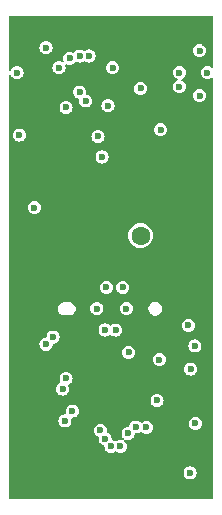
<source format=gbr>
%TF.GenerationSoftware,KiCad,Pcbnew,8.0.1*%
%TF.CreationDate,2025-06-23T19:48:13+12:00*%
%TF.ProjectId,panelrev2,70616e65-6c72-4657-9632-2e6b69636164,rev?*%
%TF.SameCoordinates,Original*%
%TF.FileFunction,Copper,L2,Inr*%
%TF.FilePolarity,Positive*%
%FSLAX46Y46*%
G04 Gerber Fmt 4.6, Leading zero omitted, Abs format (unit mm)*
G04 Created by KiCad (PCBNEW 8.0.1) date 2025-06-23 19:48:13*
%MOMM*%
%LPD*%
G01*
G04 APERTURE LIST*
%TA.AperFunction,ComponentPad*%
%ADD10R,0.900000X0.500000*%
%TD*%
%TA.AperFunction,ComponentPad*%
%ADD11C,1.600000*%
%TD*%
%TA.AperFunction,ComponentPad*%
%ADD12C,1.100000*%
%TD*%
%TA.AperFunction,ViaPad*%
%ADD13C,0.600000*%
%TD*%
G04 APERTURE END LIST*
D10*
%TO.N,Board_0-GND*%
%TO.C,AE1*%
X141350000Y-68025000D03*
%TD*%
D11*
%TO.N,Board_0-Cap_V+*%
%TO.C,C5*%
X151000000Y-45950000D03*
%TO.N,Board_0-GND*%
X146000000Y-45950000D03*
%TD*%
D12*
%TO.N,Board_0-GND*%
%TO.C,J5*%
X150900000Y-54300000D03*
X150900000Y-50000000D03*
X146100000Y-54300000D03*
X146100000Y-50000000D03*
%TD*%
D13*
%TO.N,Board_0-+3V3*%
X145230000Y-60820000D03*
X142000000Y-43600000D03*
X152400000Y-59900000D03*
X150000000Y-55850000D03*
%TO.N,Board_0-+5V*%
X140750000Y-37450000D03*
X149800000Y-52150000D03*
X147300000Y-52150000D03*
%TO.N,Board_0-ACC_INT1*%
X156650000Y-32150000D03*
X151500000Y-62200000D03*
%TO.N,Board_0-ACC_SCK*%
X146650000Y-30750000D03*
X155050000Y-53550000D03*
%TO.N,Board_0-A_D+*%
X142999479Y-55150521D03*
%TO.N,Board_0-A_D-*%
X143600521Y-54549479D03*
X148100000Y-50350000D03*
X148900000Y-53950000D03*
%TO.N,Board_0-Cap_V+*%
X148000000Y-63150000D03*
%TO.N,Board_0-D0-*%
X148650000Y-31750000D03*
X147750000Y-39300000D03*
%TO.N,Board_0-GND*%
X148500000Y-59150000D03*
X142700000Y-38650000D03*
X147500000Y-60150000D03*
X153900000Y-59200000D03*
X152550000Y-33850000D03*
X149500000Y-58150000D03*
X140305491Y-59987608D03*
X147700000Y-47400000D03*
X149500000Y-60150000D03*
X141800000Y-55250000D03*
X142750000Y-66300000D03*
X149200000Y-34950000D03*
X142650000Y-67950000D03*
X145700000Y-44400000D03*
X156200000Y-67750000D03*
X147500000Y-55350000D03*
X153000000Y-55000000D03*
X144100000Y-32950000D03*
X140400000Y-66150000D03*
X146300000Y-66800000D03*
X141931609Y-50234901D03*
X150900000Y-64550000D03*
X156500000Y-29650000D03*
X143850000Y-63900000D03*
X154100000Y-66650000D03*
X153750000Y-44850000D03*
X140500000Y-28150000D03*
X149500000Y-59150000D03*
X147500000Y-58150000D03*
X155500000Y-50200000D03*
X149250000Y-55200000D03*
X155700000Y-62850000D03*
X152050000Y-41800000D03*
X144000000Y-30650000D03*
X141530076Y-53975387D03*
X155800000Y-35450000D03*
X148500000Y-60150000D03*
X142000000Y-44650000D03*
X144520000Y-67970000D03*
X147500000Y-59150000D03*
X155600000Y-47250000D03*
X149800000Y-67350000D03*
X140500000Y-29650000D03*
X145250000Y-41200000D03*
X151200000Y-52150000D03*
X156500000Y-28150000D03*
X142450000Y-34650000D03*
X153600000Y-46850000D03*
X146300000Y-67600000D03*
X148500000Y-58150000D03*
X145530000Y-67970000D03*
X146300000Y-64450000D03*
X142600000Y-67100000D03*
X144330000Y-66320000D03*
%TO.N,Board_0-GPIO2*%
X149300000Y-63800000D03*
%TO.N,Board_0-GPIO8*%
X152600000Y-56450000D03*
%TO.N,Board_0-GPIO9*%
X144600000Y-61650000D03*
X155250000Y-57250000D03*
%TO.N,Board_0-Net-(D16-A)*%
X156000000Y-30300000D03*
X143000000Y-30050000D03*
%TO.N,Board_0-Net-(D8-K)*%
X146350000Y-34550000D03*
%TO.N,Board_0-Net-(D9-K)*%
X145850000Y-33800000D03*
%TO.N,Board_0-Net-(J3-SCL)*%
X154300000Y-33350000D03*
X145850000Y-30750000D03*
%TO.N,Board_0-Net-(J3-SDA)*%
X145000000Y-30950000D03*
X154300000Y-32150000D03*
%TO.N,Board_0-Net-(J5-CC1)*%
X149500000Y-50350000D03*
%TO.N,Board_0-Net-(J5-CC2)*%
X148000000Y-53950000D03*
%TO.N,Board_0-Net-(U1A--)*%
X147400000Y-37550000D03*
%TO.N,Board_0-Net-(U2-VOUT)*%
X152700000Y-37000000D03*
%TO.N,Board_0-Net-(U5-CHIP_EN)*%
X149950000Y-62700000D03*
%TO.N,Board_0-Net-(U5-VDD3P3)*%
X147600000Y-62450000D03*
%TO.N,Board_0-RXD*%
X155200000Y-66050000D03*
X144700000Y-58050000D03*
%TO.N,Board_0-TXD*%
X155650000Y-61850000D03*
X144400000Y-58950000D03*
%TO.N,Board_0-User_LED3*%
X156000000Y-34100000D03*
X150600000Y-62150000D03*
X155600000Y-55300000D03*
%TO.N,Board_0-User_SW1*%
X148500000Y-63800000D03*
%TO.N,Board_0-VBUS*%
X144100000Y-31750000D03*
X151000000Y-33500000D03*
%TO.N,Board_0-VDD*%
X148250000Y-34950000D03*
X140550000Y-32150000D03*
%TO.N,Board_0-lin_reg*%
X144700000Y-35100000D03*
%TD*%
%TA.AperFunction,Conductor*%
%TO.N,Board_0-GND*%
G36*
X157108691Y-27369407D02*
G01*
X157144655Y-27418907D01*
X157149500Y-27449500D01*
X157149500Y-31638637D01*
X157130593Y-31696828D01*
X157081093Y-31732792D01*
X157019907Y-31732792D01*
X156990233Y-31717179D01*
X156927629Y-31669142D01*
X156927628Y-31669141D01*
X156927625Y-31669139D01*
X156927622Y-31669138D01*
X156927621Y-31669137D01*
X156793709Y-31613670D01*
X156793708Y-31613669D01*
X156650000Y-31594750D01*
X156506291Y-31613669D01*
X156506290Y-31613670D01*
X156372378Y-31669137D01*
X156372374Y-31669139D01*
X156257381Y-31757377D01*
X156257377Y-31757381D01*
X156169139Y-31872374D01*
X156169137Y-31872378D01*
X156113670Y-32006290D01*
X156113669Y-32006291D01*
X156094750Y-32149999D01*
X156094750Y-32150000D01*
X156113669Y-32293708D01*
X156113670Y-32293709D01*
X156169137Y-32427621D01*
X156169139Y-32427625D01*
X156257379Y-32542621D01*
X156372375Y-32630861D01*
X156506291Y-32686330D01*
X156650000Y-32705250D01*
X156793709Y-32686330D01*
X156927625Y-32630861D01*
X156990233Y-32582819D01*
X157047908Y-32562396D01*
X157106574Y-32579773D01*
X157143821Y-32628314D01*
X157149500Y-32661362D01*
X157149500Y-68176000D01*
X157130593Y-68234191D01*
X157081093Y-68270155D01*
X157050500Y-68275000D01*
X139949500Y-68275000D01*
X139891309Y-68256093D01*
X139855345Y-68206593D01*
X139850500Y-68176000D01*
X139850500Y-66050000D01*
X154644750Y-66050000D01*
X154663669Y-66193708D01*
X154663670Y-66193709D01*
X154719139Y-66327625D01*
X154807379Y-66442621D01*
X154922375Y-66530861D01*
X155056291Y-66586330D01*
X155200000Y-66605250D01*
X155343709Y-66586330D01*
X155477625Y-66530861D01*
X155592621Y-66442621D01*
X155680861Y-66327625D01*
X155736330Y-66193709D01*
X155755250Y-66050000D01*
X155736330Y-65906291D01*
X155680861Y-65772375D01*
X155592621Y-65657379D01*
X155477625Y-65569139D01*
X155477621Y-65569137D01*
X155343709Y-65513670D01*
X155343708Y-65513669D01*
X155200000Y-65494750D01*
X155056291Y-65513669D01*
X155056290Y-65513670D01*
X154922378Y-65569137D01*
X154922374Y-65569139D01*
X154807381Y-65657377D01*
X154807377Y-65657381D01*
X154719139Y-65772374D01*
X154719137Y-65772378D01*
X154663670Y-65906290D01*
X154663669Y-65906291D01*
X154644750Y-66049999D01*
X154644750Y-66050000D01*
X139850500Y-66050000D01*
X139850500Y-62450000D01*
X147044750Y-62450000D01*
X147063669Y-62593708D01*
X147063670Y-62593709D01*
X147110443Y-62706632D01*
X147119139Y-62727625D01*
X147207379Y-62842621D01*
X147322375Y-62930861D01*
X147354010Y-62943964D01*
X147395596Y-62961190D01*
X147442122Y-63000926D01*
X147456406Y-63060421D01*
X147455864Y-63065576D01*
X147444750Y-63149999D01*
X147444750Y-63150000D01*
X147463669Y-63293708D01*
X147463670Y-63293709D01*
X147510753Y-63407381D01*
X147519139Y-63427625D01*
X147607379Y-63542621D01*
X147722375Y-63630861D01*
X147856291Y-63686330D01*
X147859794Y-63686791D01*
X147862079Y-63687881D01*
X147862561Y-63688010D01*
X147862537Y-63688099D01*
X147915019Y-63713127D01*
X147944218Y-63766895D01*
X147945031Y-63797856D01*
X147944750Y-63799992D01*
X147944750Y-63800000D01*
X147963669Y-63943708D01*
X147963670Y-63943709D01*
X148019139Y-64077625D01*
X148107379Y-64192621D01*
X148222375Y-64280861D01*
X148356291Y-64336330D01*
X148500000Y-64355250D01*
X148643709Y-64336330D01*
X148777625Y-64280861D01*
X148839732Y-64233203D01*
X148897407Y-64212779D01*
X148956073Y-64230156D01*
X148960268Y-64233204D01*
X149022369Y-64280857D01*
X149022371Y-64280858D01*
X149022375Y-64280861D01*
X149156291Y-64336330D01*
X149300000Y-64355250D01*
X149443709Y-64336330D01*
X149577625Y-64280861D01*
X149692621Y-64192621D01*
X149780861Y-64077625D01*
X149836330Y-63943709D01*
X149855250Y-63800000D01*
X149836330Y-63656291D01*
X149780861Y-63522375D01*
X149692621Y-63407379D01*
X149671463Y-63391144D01*
X149636809Y-63340720D01*
X149638411Y-63279556D01*
X149675658Y-63231014D01*
X149734324Y-63213637D01*
X149769614Y-63221138D01*
X149806291Y-63236330D01*
X149950000Y-63255250D01*
X150093709Y-63236330D01*
X150227625Y-63180861D01*
X150342621Y-63092621D01*
X150430861Y-62977625D01*
X150486330Y-62843709D01*
X150493262Y-62791050D01*
X150519603Y-62735827D01*
X150573373Y-62706632D01*
X150593511Y-62706104D01*
X150593511Y-62705250D01*
X150600000Y-62705250D01*
X150743709Y-62686330D01*
X150877625Y-62630861D01*
X150962161Y-62565993D01*
X151019836Y-62545570D01*
X151078502Y-62562947D01*
X151100968Y-62584266D01*
X151107379Y-62592621D01*
X151222375Y-62680861D01*
X151356291Y-62736330D01*
X151500000Y-62755250D01*
X151643709Y-62736330D01*
X151777625Y-62680861D01*
X151892621Y-62592621D01*
X151980861Y-62477625D01*
X152036330Y-62343709D01*
X152055250Y-62200000D01*
X152051613Y-62172378D01*
X152036330Y-62056291D01*
X151980861Y-61922375D01*
X151925325Y-61850000D01*
X155094750Y-61850000D01*
X155113669Y-61993708D01*
X155113670Y-61993709D01*
X155140042Y-62057379D01*
X155169139Y-62127625D01*
X155257379Y-62242621D01*
X155372375Y-62330861D01*
X155506291Y-62386330D01*
X155650000Y-62405250D01*
X155793709Y-62386330D01*
X155927625Y-62330861D01*
X156042621Y-62242621D01*
X156130861Y-62127625D01*
X156186330Y-61993709D01*
X156205250Y-61850000D01*
X156199638Y-61807377D01*
X156186330Y-61706291D01*
X156130861Y-61572375D01*
X156042621Y-61457379D01*
X155927625Y-61369139D01*
X155927621Y-61369137D01*
X155793709Y-61313670D01*
X155793708Y-61313669D01*
X155650000Y-61294750D01*
X155506291Y-61313669D01*
X155506290Y-61313670D01*
X155372378Y-61369137D01*
X155372374Y-61369139D01*
X155257381Y-61457377D01*
X155257377Y-61457381D01*
X155169139Y-61572374D01*
X155169137Y-61572378D01*
X155113670Y-61706290D01*
X155113669Y-61706291D01*
X155094750Y-61849999D01*
X155094750Y-61850000D01*
X151925325Y-61850000D01*
X151892621Y-61807379D01*
X151777625Y-61719139D01*
X151777621Y-61719137D01*
X151643709Y-61663670D01*
X151643708Y-61663669D01*
X151500000Y-61644750D01*
X151356291Y-61663669D01*
X151356290Y-61663670D01*
X151222378Y-61719137D01*
X151222369Y-61719142D01*
X151137838Y-61784005D01*
X151080162Y-61804429D01*
X151021496Y-61787051D01*
X150999029Y-61765730D01*
X150992624Y-61757383D01*
X150992621Y-61757379D01*
X150877625Y-61669139D01*
X150877621Y-61669137D01*
X150743709Y-61613670D01*
X150743708Y-61613669D01*
X150600000Y-61594750D01*
X150456291Y-61613669D01*
X150456290Y-61613670D01*
X150322378Y-61669137D01*
X150322374Y-61669139D01*
X150207381Y-61757377D01*
X150207377Y-61757381D01*
X150119139Y-61872374D01*
X150119137Y-61872378D01*
X150063670Y-62006290D01*
X150063670Y-62006291D01*
X150056737Y-62058948D01*
X150030395Y-62114173D01*
X149976624Y-62143367D01*
X149956488Y-62143899D01*
X149956488Y-62144750D01*
X149950000Y-62144750D01*
X149806291Y-62163669D01*
X149806290Y-62163670D01*
X149672378Y-62219137D01*
X149672374Y-62219139D01*
X149557381Y-62307377D01*
X149557377Y-62307381D01*
X149469139Y-62422374D01*
X149469137Y-62422378D01*
X149413670Y-62556290D01*
X149413669Y-62556291D01*
X149394750Y-62699999D01*
X149394750Y-62700000D01*
X149413669Y-62843708D01*
X149413670Y-62843709D01*
X149462331Y-62961190D01*
X149469139Y-62977625D01*
X149557379Y-63092621D01*
X149557383Y-63092624D01*
X149557384Y-63092625D01*
X149578534Y-63108854D01*
X149613190Y-63159278D01*
X149611589Y-63220443D01*
X149574341Y-63268984D01*
X149515675Y-63286362D01*
X149480384Y-63278861D01*
X149443709Y-63263670D01*
X149443706Y-63263669D01*
X149443708Y-63263669D01*
X149300000Y-63244750D01*
X149156291Y-63263669D01*
X149156290Y-63263670D01*
X149022378Y-63319137D01*
X149022374Y-63319139D01*
X148960268Y-63366796D01*
X148902592Y-63387220D01*
X148843926Y-63369843D01*
X148839732Y-63366796D01*
X148777625Y-63319139D01*
X148777621Y-63319137D01*
X148643709Y-63263670D01*
X148643707Y-63263669D01*
X148640190Y-63263206D01*
X148637899Y-63262113D01*
X148637440Y-63261990D01*
X148637462Y-63261904D01*
X148584968Y-63236859D01*
X148555778Y-63183086D01*
X148554970Y-63152126D01*
X148555250Y-63150000D01*
X148555250Y-63149999D01*
X148536330Y-63006291D01*
X148480861Y-62872375D01*
X148392621Y-62757379D01*
X148277625Y-62669139D01*
X148277624Y-62669138D01*
X148204402Y-62638809D01*
X148157876Y-62599072D01*
X148143593Y-62539577D01*
X148144135Y-62534422D01*
X148149610Y-62492843D01*
X148155250Y-62450000D01*
X148151613Y-62422378D01*
X148136330Y-62306291D01*
X148080861Y-62172375D01*
X147992621Y-62057379D01*
X147877625Y-61969139D01*
X147877621Y-61969137D01*
X147743709Y-61913670D01*
X147743708Y-61913669D01*
X147600000Y-61894750D01*
X147456291Y-61913669D01*
X147456290Y-61913670D01*
X147322378Y-61969137D01*
X147322374Y-61969139D01*
X147207381Y-62057377D01*
X147207377Y-62057381D01*
X147119139Y-62172374D01*
X147119137Y-62172378D01*
X147063670Y-62306290D01*
X147063669Y-62306291D01*
X147044750Y-62449999D01*
X147044750Y-62450000D01*
X139850500Y-62450000D01*
X139850500Y-61650000D01*
X144044750Y-61650000D01*
X144063669Y-61793708D01*
X144063670Y-61793709D01*
X144116965Y-61922378D01*
X144119139Y-61927625D01*
X144207379Y-62042621D01*
X144322375Y-62130861D01*
X144456291Y-62186330D01*
X144600000Y-62205250D01*
X144743709Y-62186330D01*
X144877625Y-62130861D01*
X144992621Y-62042621D01*
X145080861Y-61927625D01*
X145136330Y-61793709D01*
X145155250Y-61650000D01*
X145136330Y-61506291D01*
X145136330Y-61506290D01*
X145134651Y-61500026D01*
X145137775Y-61499188D01*
X145133890Y-61451386D01*
X145165726Y-61399135D01*
X145222194Y-61375575D01*
X145229905Y-61375262D01*
X145229998Y-61375249D01*
X145230000Y-61375250D01*
X145373709Y-61356330D01*
X145507625Y-61300861D01*
X145622621Y-61212621D01*
X145710861Y-61097625D01*
X145766330Y-60963709D01*
X145785250Y-60820000D01*
X145766330Y-60676291D01*
X145710861Y-60542375D01*
X145622621Y-60427379D01*
X145507625Y-60339139D01*
X145507621Y-60339137D01*
X145373709Y-60283670D01*
X145373708Y-60283669D01*
X145230000Y-60264750D01*
X145086291Y-60283669D01*
X145086290Y-60283670D01*
X144952378Y-60339137D01*
X144952374Y-60339139D01*
X144837381Y-60427377D01*
X144837377Y-60427381D01*
X144749139Y-60542374D01*
X144749137Y-60542378D01*
X144693670Y-60676290D01*
X144693669Y-60676291D01*
X144674750Y-60819999D01*
X144674750Y-60820000D01*
X144693669Y-60963708D01*
X144695349Y-60969974D01*
X144692224Y-60970811D01*
X144696110Y-61018614D01*
X144664274Y-61070865D01*
X144607806Y-61094425D01*
X144600094Y-61094737D01*
X144456291Y-61113669D01*
X144456290Y-61113670D01*
X144322378Y-61169137D01*
X144322374Y-61169139D01*
X144207381Y-61257377D01*
X144207377Y-61257381D01*
X144119139Y-61372374D01*
X144119137Y-61372378D01*
X144063670Y-61506290D01*
X144063669Y-61506291D01*
X144044750Y-61649999D01*
X144044750Y-61650000D01*
X139850500Y-61650000D01*
X139850500Y-59900000D01*
X151844750Y-59900000D01*
X151863669Y-60043708D01*
X151863670Y-60043709D01*
X151919139Y-60177625D01*
X152007379Y-60292621D01*
X152122375Y-60380861D01*
X152256291Y-60436330D01*
X152400000Y-60455250D01*
X152543709Y-60436330D01*
X152677625Y-60380861D01*
X152792621Y-60292621D01*
X152880861Y-60177625D01*
X152936330Y-60043709D01*
X152955250Y-59900000D01*
X152936330Y-59756291D01*
X152880861Y-59622375D01*
X152792621Y-59507379D01*
X152677625Y-59419139D01*
X152677621Y-59419137D01*
X152543709Y-59363670D01*
X152543708Y-59363669D01*
X152400000Y-59344750D01*
X152256291Y-59363669D01*
X152256290Y-59363670D01*
X152122378Y-59419137D01*
X152122374Y-59419139D01*
X152007381Y-59507377D01*
X152007377Y-59507381D01*
X151919139Y-59622374D01*
X151919137Y-59622378D01*
X151863670Y-59756290D01*
X151863669Y-59756291D01*
X151844750Y-59899999D01*
X151844750Y-59900000D01*
X139850500Y-59900000D01*
X139850500Y-58950000D01*
X143844750Y-58950000D01*
X143863669Y-59093708D01*
X143863670Y-59093709D01*
X143919139Y-59227625D01*
X144007379Y-59342621D01*
X144122375Y-59430861D01*
X144256291Y-59486330D01*
X144400000Y-59505250D01*
X144543709Y-59486330D01*
X144677625Y-59430861D01*
X144792621Y-59342621D01*
X144880861Y-59227625D01*
X144936330Y-59093709D01*
X144955250Y-58950000D01*
X144936330Y-58806291D01*
X144882884Y-58677259D01*
X144878084Y-58616262D01*
X144910053Y-58564093D01*
X144936458Y-58547912D01*
X144977625Y-58530861D01*
X145092621Y-58442621D01*
X145180861Y-58327625D01*
X145236330Y-58193709D01*
X145255250Y-58050000D01*
X145236330Y-57906291D01*
X145180861Y-57772375D01*
X145092621Y-57657379D01*
X144977625Y-57569139D01*
X144977621Y-57569137D01*
X144843709Y-57513670D01*
X144843708Y-57513669D01*
X144700000Y-57494750D01*
X144556291Y-57513669D01*
X144556290Y-57513670D01*
X144422378Y-57569137D01*
X144422374Y-57569139D01*
X144307381Y-57657377D01*
X144307377Y-57657381D01*
X144219139Y-57772374D01*
X144219137Y-57772378D01*
X144163670Y-57906290D01*
X144163669Y-57906291D01*
X144144750Y-58049999D01*
X144144750Y-58050000D01*
X144163669Y-58193708D01*
X144163670Y-58193709D01*
X144217115Y-58322740D01*
X144221915Y-58383737D01*
X144189946Y-58435906D01*
X144163537Y-58452089D01*
X144122376Y-58469138D01*
X144122374Y-58469139D01*
X144007381Y-58557377D01*
X144007377Y-58557381D01*
X143919139Y-58672374D01*
X143919137Y-58672378D01*
X143863670Y-58806290D01*
X143863669Y-58806291D01*
X143844750Y-58949999D01*
X143844750Y-58950000D01*
X139850500Y-58950000D01*
X139850500Y-57250000D01*
X154694750Y-57250000D01*
X154713669Y-57393708D01*
X154713670Y-57393709D01*
X154763358Y-57513670D01*
X154769139Y-57527625D01*
X154857379Y-57642621D01*
X154972375Y-57730861D01*
X155106291Y-57786330D01*
X155250000Y-57805250D01*
X155393709Y-57786330D01*
X155527625Y-57730861D01*
X155642621Y-57642621D01*
X155730861Y-57527625D01*
X155786330Y-57393709D01*
X155805250Y-57250000D01*
X155786330Y-57106291D01*
X155730861Y-56972375D01*
X155642621Y-56857379D01*
X155527625Y-56769139D01*
X155527621Y-56769137D01*
X155393709Y-56713670D01*
X155393708Y-56713669D01*
X155250000Y-56694750D01*
X155106291Y-56713669D01*
X155106290Y-56713670D01*
X154972378Y-56769137D01*
X154972374Y-56769139D01*
X154857381Y-56857377D01*
X154857377Y-56857381D01*
X154769139Y-56972374D01*
X154769137Y-56972378D01*
X154713670Y-57106290D01*
X154713669Y-57106291D01*
X154694750Y-57249999D01*
X154694750Y-57250000D01*
X139850500Y-57250000D01*
X139850500Y-56450000D01*
X152044750Y-56450000D01*
X152063669Y-56593708D01*
X152063670Y-56593709D01*
X152113358Y-56713670D01*
X152119139Y-56727625D01*
X152207379Y-56842621D01*
X152322375Y-56930861D01*
X152456291Y-56986330D01*
X152600000Y-57005250D01*
X152743709Y-56986330D01*
X152877625Y-56930861D01*
X152992621Y-56842621D01*
X153080861Y-56727625D01*
X153136330Y-56593709D01*
X153155250Y-56450000D01*
X153149358Y-56405250D01*
X153136330Y-56306291D01*
X153080861Y-56172375D01*
X152992621Y-56057379D01*
X152877625Y-55969139D01*
X152877621Y-55969137D01*
X152743709Y-55913670D01*
X152743708Y-55913669D01*
X152600000Y-55894750D01*
X152456291Y-55913669D01*
X152456290Y-55913670D01*
X152322378Y-55969137D01*
X152322374Y-55969139D01*
X152207381Y-56057377D01*
X152207377Y-56057381D01*
X152119139Y-56172374D01*
X152119137Y-56172378D01*
X152063670Y-56306290D01*
X152063669Y-56306291D01*
X152044750Y-56449999D01*
X152044750Y-56450000D01*
X139850500Y-56450000D01*
X139850500Y-55850000D01*
X149444750Y-55850000D01*
X149463669Y-55993708D01*
X149463670Y-55993709D01*
X149490042Y-56057379D01*
X149519139Y-56127625D01*
X149607379Y-56242621D01*
X149722375Y-56330861D01*
X149856291Y-56386330D01*
X150000000Y-56405250D01*
X150143709Y-56386330D01*
X150277625Y-56330861D01*
X150392621Y-56242621D01*
X150480861Y-56127625D01*
X150536330Y-55993709D01*
X150555250Y-55850000D01*
X150536330Y-55706291D01*
X150480861Y-55572375D01*
X150392621Y-55457379D01*
X150277625Y-55369139D01*
X150277621Y-55369137D01*
X150143709Y-55313670D01*
X150143708Y-55313669D01*
X150039879Y-55300000D01*
X155044750Y-55300000D01*
X155063669Y-55443708D01*
X155063670Y-55443709D01*
X155116965Y-55572378D01*
X155119139Y-55577625D01*
X155207379Y-55692621D01*
X155322375Y-55780861D01*
X155456291Y-55836330D01*
X155600000Y-55855250D01*
X155743709Y-55836330D01*
X155877625Y-55780861D01*
X155992621Y-55692621D01*
X156080861Y-55577625D01*
X156136330Y-55443709D01*
X156155250Y-55300000D01*
X156136330Y-55156291D01*
X156080861Y-55022375D01*
X155992621Y-54907379D01*
X155877625Y-54819139D01*
X155877621Y-54819137D01*
X155743709Y-54763670D01*
X155743708Y-54763669D01*
X155600000Y-54744750D01*
X155456291Y-54763669D01*
X155456290Y-54763670D01*
X155322378Y-54819137D01*
X155322374Y-54819139D01*
X155207381Y-54907377D01*
X155207377Y-54907381D01*
X155119139Y-55022374D01*
X155119137Y-55022378D01*
X155063670Y-55156290D01*
X155063669Y-55156291D01*
X155044750Y-55299999D01*
X155044750Y-55300000D01*
X150039879Y-55300000D01*
X150000000Y-55294750D01*
X149856291Y-55313669D01*
X149856290Y-55313670D01*
X149722378Y-55369137D01*
X149722374Y-55369139D01*
X149607381Y-55457377D01*
X149607377Y-55457381D01*
X149519139Y-55572374D01*
X149519137Y-55572378D01*
X149463670Y-55706290D01*
X149463669Y-55706291D01*
X149444750Y-55849999D01*
X149444750Y-55850000D01*
X139850500Y-55850000D01*
X139850500Y-55150521D01*
X142444229Y-55150521D01*
X142463148Y-55294229D01*
X142463149Y-55294230D01*
X142518618Y-55428146D01*
X142606858Y-55543142D01*
X142721854Y-55631382D01*
X142855770Y-55686851D01*
X142999479Y-55705771D01*
X143143188Y-55686851D01*
X143277104Y-55631382D01*
X143392100Y-55543142D01*
X143480340Y-55428146D01*
X143535809Y-55294230D01*
X143550141Y-55185368D01*
X143576481Y-55130146D01*
X143630251Y-55100951D01*
X143635340Y-55100144D01*
X143744230Y-55085809D01*
X143878146Y-55030340D01*
X143993142Y-54942100D01*
X144081382Y-54827104D01*
X144136851Y-54693188D01*
X144155771Y-54549479D01*
X144140154Y-54430862D01*
X144136851Y-54405770D01*
X144081382Y-54271854D01*
X143993142Y-54156858D01*
X143878146Y-54068618D01*
X143878142Y-54068616D01*
X143744230Y-54013149D01*
X143744229Y-54013148D01*
X143600521Y-53994229D01*
X143456812Y-54013148D01*
X143456811Y-54013149D01*
X143322899Y-54068616D01*
X143322895Y-54068618D01*
X143207902Y-54156856D01*
X143207898Y-54156860D01*
X143119660Y-54271853D01*
X143119658Y-54271857D01*
X143064191Y-54405769D01*
X143049859Y-54514629D01*
X143023518Y-54569854D01*
X142969747Y-54599048D01*
X142964629Y-54599859D01*
X142855769Y-54614191D01*
X142721857Y-54669658D01*
X142721853Y-54669660D01*
X142606860Y-54757898D01*
X142606856Y-54757902D01*
X142518618Y-54872895D01*
X142518616Y-54872899D01*
X142463149Y-55006811D01*
X142463148Y-55006812D01*
X142444229Y-55150520D01*
X142444229Y-55150521D01*
X139850500Y-55150521D01*
X139850500Y-53950000D01*
X147444750Y-53950000D01*
X147463669Y-54093708D01*
X147463670Y-54093709D01*
X147489827Y-54156860D01*
X147519139Y-54227625D01*
X147607379Y-54342621D01*
X147722375Y-54430861D01*
X147856291Y-54486330D01*
X148000000Y-54505250D01*
X148143709Y-54486330D01*
X148277625Y-54430861D01*
X148389733Y-54344836D01*
X148447408Y-54324413D01*
X148506074Y-54341790D01*
X148510247Y-54344822D01*
X148622375Y-54430861D01*
X148756291Y-54486330D01*
X148900000Y-54505250D01*
X149043709Y-54486330D01*
X149177625Y-54430861D01*
X149292621Y-54342621D01*
X149380861Y-54227625D01*
X149436330Y-54093709D01*
X149455250Y-53950000D01*
X149436330Y-53806291D01*
X149380861Y-53672375D01*
X149292621Y-53557379D01*
X149283005Y-53550000D01*
X154494750Y-53550000D01*
X154513669Y-53693708D01*
X154513670Y-53693709D01*
X154569139Y-53827625D01*
X154657379Y-53942621D01*
X154772375Y-54030861D01*
X154906291Y-54086330D01*
X155050000Y-54105250D01*
X155193709Y-54086330D01*
X155327625Y-54030861D01*
X155442621Y-53942621D01*
X155530861Y-53827625D01*
X155586330Y-53693709D01*
X155605250Y-53550000D01*
X155586330Y-53406291D01*
X155530861Y-53272375D01*
X155442621Y-53157379D01*
X155327625Y-53069139D01*
X155327621Y-53069137D01*
X155193709Y-53013670D01*
X155193708Y-53013669D01*
X155050000Y-52994750D01*
X154906291Y-53013669D01*
X154906290Y-53013670D01*
X154772378Y-53069137D01*
X154772374Y-53069139D01*
X154657381Y-53157377D01*
X154657377Y-53157381D01*
X154569139Y-53272374D01*
X154569137Y-53272378D01*
X154513670Y-53406290D01*
X154513669Y-53406291D01*
X154494750Y-53549999D01*
X154494750Y-53550000D01*
X149283005Y-53550000D01*
X149177625Y-53469139D01*
X149177621Y-53469137D01*
X149043709Y-53413670D01*
X149043708Y-53413669D01*
X148900000Y-53394750D01*
X148756291Y-53413669D01*
X148756290Y-53413670D01*
X148622378Y-53469137D01*
X148622370Y-53469142D01*
X148510267Y-53555162D01*
X148452592Y-53575586D01*
X148393926Y-53558209D01*
X148389733Y-53555162D01*
X148277629Y-53469142D01*
X148277628Y-53469141D01*
X148277625Y-53469139D01*
X148277622Y-53469138D01*
X148277621Y-53469137D01*
X148143709Y-53413670D01*
X148143708Y-53413669D01*
X148000000Y-53394750D01*
X147856291Y-53413669D01*
X147856290Y-53413670D01*
X147722378Y-53469137D01*
X147722374Y-53469139D01*
X147607381Y-53557377D01*
X147607377Y-53557381D01*
X147519139Y-53672374D01*
X147519137Y-53672378D01*
X147463670Y-53806290D01*
X147463669Y-53806291D01*
X147444750Y-53949999D01*
X147444750Y-53950000D01*
X139850500Y-53950000D01*
X139850500Y-52221158D01*
X143999500Y-52221158D01*
X144036334Y-52358625D01*
X144107492Y-52481875D01*
X144208125Y-52582508D01*
X144331375Y-52653666D01*
X144468842Y-52690500D01*
X144468844Y-52690500D01*
X145031156Y-52690500D01*
X145031158Y-52690500D01*
X145168625Y-52653666D01*
X145291875Y-52582508D01*
X145392508Y-52481875D01*
X145463666Y-52358625D01*
X145500500Y-52221158D01*
X145500500Y-52150000D01*
X146744750Y-52150000D01*
X146763669Y-52293708D01*
X146763670Y-52293709D01*
X146819139Y-52427625D01*
X146907379Y-52542621D01*
X147022375Y-52630861D01*
X147156291Y-52686330D01*
X147300000Y-52705250D01*
X147443709Y-52686330D01*
X147577625Y-52630861D01*
X147692621Y-52542621D01*
X147780861Y-52427625D01*
X147836330Y-52293709D01*
X147855250Y-52150000D01*
X149244750Y-52150000D01*
X149263669Y-52293708D01*
X149263670Y-52293709D01*
X149319139Y-52427625D01*
X149407379Y-52542621D01*
X149522375Y-52630861D01*
X149656291Y-52686330D01*
X149800000Y-52705250D01*
X149943709Y-52686330D01*
X150077625Y-52630861D01*
X150192621Y-52542621D01*
X150280861Y-52427625D01*
X150336330Y-52293709D01*
X150345188Y-52226424D01*
X151669500Y-52226424D01*
X151687529Y-52293708D01*
X151709061Y-52374069D01*
X151785480Y-52506430D01*
X151785482Y-52506432D01*
X151785484Y-52506435D01*
X151893565Y-52614516D01*
X151893567Y-52614517D01*
X151893569Y-52614519D01*
X152025931Y-52690938D01*
X152025929Y-52690938D01*
X152025933Y-52690939D01*
X152025935Y-52690940D01*
X152173576Y-52730500D01*
X152173578Y-52730500D01*
X152326422Y-52730500D01*
X152326424Y-52730500D01*
X152474065Y-52690940D01*
X152474067Y-52690938D01*
X152474069Y-52690938D01*
X152606430Y-52614519D01*
X152606430Y-52614518D01*
X152606435Y-52614516D01*
X152714516Y-52506435D01*
X152760017Y-52427625D01*
X152790938Y-52374069D01*
X152790938Y-52374067D01*
X152790940Y-52374065D01*
X152830500Y-52226424D01*
X152830500Y-52073576D01*
X152790940Y-51925935D01*
X152790938Y-51925932D01*
X152790938Y-51925930D01*
X152714519Y-51793569D01*
X152714517Y-51793567D01*
X152714516Y-51793565D01*
X152606435Y-51685484D01*
X152606432Y-51685482D01*
X152606430Y-51685480D01*
X152474068Y-51609061D01*
X152474070Y-51609061D01*
X152416784Y-51593711D01*
X152326424Y-51569500D01*
X152173576Y-51569500D01*
X152083215Y-51593711D01*
X152025930Y-51609061D01*
X151893569Y-51685480D01*
X151785480Y-51793569D01*
X151709061Y-51925930D01*
X151709060Y-51925935D01*
X151669500Y-52073576D01*
X151669500Y-52226424D01*
X150345188Y-52226424D01*
X150355250Y-52150000D01*
X150336330Y-52006291D01*
X150280861Y-51872375D01*
X150192621Y-51757379D01*
X150077625Y-51669139D01*
X150077621Y-51669137D01*
X149943709Y-51613670D01*
X149943708Y-51613669D01*
X149800000Y-51594750D01*
X149656291Y-51613669D01*
X149656290Y-51613670D01*
X149522378Y-51669137D01*
X149522374Y-51669139D01*
X149407381Y-51757377D01*
X149407377Y-51757381D01*
X149319139Y-51872374D01*
X149319137Y-51872378D01*
X149263670Y-52006290D01*
X149263669Y-52006291D01*
X149244750Y-52149999D01*
X149244750Y-52150000D01*
X147855250Y-52150000D01*
X147836330Y-52006291D01*
X147780861Y-51872375D01*
X147692621Y-51757379D01*
X147577625Y-51669139D01*
X147577621Y-51669137D01*
X147443709Y-51613670D01*
X147443708Y-51613669D01*
X147300000Y-51594750D01*
X147156291Y-51613669D01*
X147156290Y-51613670D01*
X147022378Y-51669137D01*
X147022374Y-51669139D01*
X146907381Y-51757377D01*
X146907377Y-51757381D01*
X146819139Y-51872374D01*
X146819137Y-51872378D01*
X146763670Y-52006290D01*
X146763669Y-52006291D01*
X146744750Y-52149999D01*
X146744750Y-52150000D01*
X145500500Y-52150000D01*
X145500500Y-52078842D01*
X145463666Y-51941375D01*
X145392508Y-51818125D01*
X145291875Y-51717492D01*
X145168625Y-51646334D01*
X145031158Y-51609500D01*
X144468842Y-51609500D01*
X144331375Y-51646334D01*
X144208125Y-51717492D01*
X144107492Y-51818125D01*
X144036334Y-51941375D01*
X143999500Y-52078842D01*
X143999500Y-52221158D01*
X139850500Y-52221158D01*
X139850500Y-50350000D01*
X147544750Y-50350000D01*
X147563669Y-50493708D01*
X147563670Y-50493709D01*
X147619139Y-50627625D01*
X147707379Y-50742621D01*
X147822375Y-50830861D01*
X147956291Y-50886330D01*
X148100000Y-50905250D01*
X148243709Y-50886330D01*
X148377625Y-50830861D01*
X148492621Y-50742621D01*
X148580861Y-50627625D01*
X148636330Y-50493709D01*
X148655250Y-50350000D01*
X148944750Y-50350000D01*
X148963669Y-50493708D01*
X148963670Y-50493709D01*
X149019139Y-50627625D01*
X149107379Y-50742621D01*
X149222375Y-50830861D01*
X149356291Y-50886330D01*
X149500000Y-50905250D01*
X149643709Y-50886330D01*
X149777625Y-50830861D01*
X149892621Y-50742621D01*
X149980861Y-50627625D01*
X150036330Y-50493709D01*
X150055250Y-50350000D01*
X150036330Y-50206291D01*
X149980861Y-50072375D01*
X149892621Y-49957379D01*
X149777625Y-49869139D01*
X149777621Y-49869137D01*
X149643709Y-49813670D01*
X149643708Y-49813669D01*
X149500000Y-49794750D01*
X149356291Y-49813669D01*
X149356290Y-49813670D01*
X149222378Y-49869137D01*
X149222374Y-49869139D01*
X149107381Y-49957377D01*
X149107377Y-49957381D01*
X149019139Y-50072374D01*
X149019137Y-50072378D01*
X148963670Y-50206290D01*
X148963669Y-50206291D01*
X148944750Y-50349999D01*
X148944750Y-50350000D01*
X148655250Y-50350000D01*
X148636330Y-50206291D01*
X148580861Y-50072375D01*
X148492621Y-49957379D01*
X148377625Y-49869139D01*
X148377621Y-49869137D01*
X148243709Y-49813670D01*
X148243708Y-49813669D01*
X148100000Y-49794750D01*
X147956291Y-49813669D01*
X147956290Y-49813670D01*
X147822378Y-49869137D01*
X147822374Y-49869139D01*
X147707381Y-49957377D01*
X147707377Y-49957381D01*
X147619139Y-50072374D01*
X147619137Y-50072378D01*
X147563670Y-50206290D01*
X147563669Y-50206291D01*
X147544750Y-50349999D01*
X147544750Y-50350000D01*
X139850500Y-50350000D01*
X139850500Y-45950003D01*
X149944417Y-45950003D01*
X149964698Y-46155929D01*
X149964699Y-46155934D01*
X150024768Y-46353954D01*
X150122316Y-46536452D01*
X150253585Y-46696404D01*
X150253590Y-46696410D01*
X150253595Y-46696414D01*
X150413547Y-46827683D01*
X150413548Y-46827683D01*
X150413550Y-46827685D01*
X150596046Y-46925232D01*
X150733997Y-46967078D01*
X150794065Y-46985300D01*
X150794070Y-46985301D01*
X150999997Y-47005583D01*
X151000000Y-47005583D01*
X151000003Y-47005583D01*
X151205929Y-46985301D01*
X151205934Y-46985300D01*
X151403954Y-46925232D01*
X151586450Y-46827685D01*
X151746410Y-46696410D01*
X151877685Y-46536450D01*
X151975232Y-46353954D01*
X152035300Y-46155934D01*
X152035301Y-46155929D01*
X152055583Y-45950003D01*
X152055583Y-45949996D01*
X152035301Y-45744070D01*
X152035300Y-45744065D01*
X152017078Y-45683997D01*
X151975232Y-45546046D01*
X151877685Y-45363550D01*
X151746410Y-45203590D01*
X151746404Y-45203585D01*
X151586452Y-45072316D01*
X151403954Y-44974768D01*
X151205934Y-44914699D01*
X151205929Y-44914698D01*
X151000003Y-44894417D01*
X150999997Y-44894417D01*
X150794070Y-44914698D01*
X150794065Y-44914699D01*
X150596045Y-44974768D01*
X150413547Y-45072316D01*
X150253595Y-45203585D01*
X150253585Y-45203595D01*
X150122316Y-45363547D01*
X150024768Y-45546045D01*
X149964699Y-45744065D01*
X149964698Y-45744070D01*
X149944417Y-45949996D01*
X149944417Y-45950003D01*
X139850500Y-45950003D01*
X139850500Y-43600000D01*
X141444750Y-43600000D01*
X141463669Y-43743708D01*
X141463670Y-43743709D01*
X141519139Y-43877625D01*
X141607379Y-43992621D01*
X141722375Y-44080861D01*
X141856291Y-44136330D01*
X142000000Y-44155250D01*
X142143709Y-44136330D01*
X142277625Y-44080861D01*
X142392621Y-43992621D01*
X142480861Y-43877625D01*
X142536330Y-43743709D01*
X142555250Y-43600000D01*
X142536330Y-43456291D01*
X142480861Y-43322375D01*
X142392621Y-43207379D01*
X142277625Y-43119139D01*
X142277621Y-43119137D01*
X142143709Y-43063670D01*
X142143708Y-43063669D01*
X142000000Y-43044750D01*
X141856291Y-43063669D01*
X141856290Y-43063670D01*
X141722378Y-43119137D01*
X141722374Y-43119139D01*
X141607381Y-43207377D01*
X141607377Y-43207381D01*
X141519139Y-43322374D01*
X141519137Y-43322378D01*
X141463670Y-43456290D01*
X141463669Y-43456291D01*
X141444750Y-43599999D01*
X141444750Y-43600000D01*
X139850500Y-43600000D01*
X139850500Y-39300000D01*
X147194750Y-39300000D01*
X147213669Y-39443708D01*
X147213670Y-39443709D01*
X147269139Y-39577625D01*
X147357379Y-39692621D01*
X147472375Y-39780861D01*
X147606291Y-39836330D01*
X147750000Y-39855250D01*
X147893709Y-39836330D01*
X148027625Y-39780861D01*
X148142621Y-39692621D01*
X148230861Y-39577625D01*
X148286330Y-39443709D01*
X148305250Y-39300000D01*
X148286330Y-39156291D01*
X148230861Y-39022375D01*
X148142621Y-38907379D01*
X148027625Y-38819139D01*
X148027621Y-38819137D01*
X147893709Y-38763670D01*
X147893708Y-38763669D01*
X147750000Y-38744750D01*
X147606291Y-38763669D01*
X147606290Y-38763670D01*
X147472378Y-38819137D01*
X147472374Y-38819139D01*
X147357381Y-38907377D01*
X147357377Y-38907381D01*
X147269139Y-39022374D01*
X147269137Y-39022378D01*
X147213670Y-39156290D01*
X147213669Y-39156291D01*
X147194750Y-39299999D01*
X147194750Y-39300000D01*
X139850500Y-39300000D01*
X139850500Y-37450000D01*
X140194750Y-37450000D01*
X140213669Y-37593708D01*
X140213670Y-37593709D01*
X140255090Y-37693709D01*
X140269139Y-37727625D01*
X140357379Y-37842621D01*
X140472375Y-37930861D01*
X140606291Y-37986330D01*
X140750000Y-38005250D01*
X140893709Y-37986330D01*
X141027625Y-37930861D01*
X141142621Y-37842621D01*
X141230861Y-37727625D01*
X141286330Y-37593709D01*
X141292085Y-37550000D01*
X146844750Y-37550000D01*
X146863669Y-37693708D01*
X146863670Y-37693709D01*
X146919139Y-37827625D01*
X147007379Y-37942621D01*
X147122375Y-38030861D01*
X147256291Y-38086330D01*
X147400000Y-38105250D01*
X147543709Y-38086330D01*
X147677625Y-38030861D01*
X147792621Y-37942621D01*
X147880861Y-37827625D01*
X147936330Y-37693709D01*
X147955250Y-37550000D01*
X147936330Y-37406291D01*
X147880861Y-37272375D01*
X147792621Y-37157379D01*
X147677625Y-37069139D01*
X147677621Y-37069137D01*
X147543709Y-37013670D01*
X147543708Y-37013669D01*
X147439879Y-37000000D01*
X152144750Y-37000000D01*
X152163669Y-37143708D01*
X152163670Y-37143709D01*
X152216965Y-37272378D01*
X152219139Y-37277625D01*
X152307379Y-37392621D01*
X152422375Y-37480861D01*
X152556291Y-37536330D01*
X152700000Y-37555250D01*
X152843709Y-37536330D01*
X152977625Y-37480861D01*
X153092621Y-37392621D01*
X153180861Y-37277625D01*
X153236330Y-37143709D01*
X153255250Y-37000000D01*
X153236330Y-36856291D01*
X153180861Y-36722375D01*
X153092621Y-36607379D01*
X152977625Y-36519139D01*
X152977621Y-36519137D01*
X152843709Y-36463670D01*
X152843708Y-36463669D01*
X152700000Y-36444750D01*
X152556291Y-36463669D01*
X152556290Y-36463670D01*
X152422378Y-36519137D01*
X152422374Y-36519139D01*
X152307381Y-36607377D01*
X152307377Y-36607381D01*
X152219139Y-36722374D01*
X152219137Y-36722378D01*
X152163670Y-36856290D01*
X152163669Y-36856291D01*
X152144750Y-36999999D01*
X152144750Y-37000000D01*
X147439879Y-37000000D01*
X147400000Y-36994750D01*
X147256291Y-37013669D01*
X147256290Y-37013670D01*
X147122378Y-37069137D01*
X147122374Y-37069139D01*
X147007381Y-37157377D01*
X147007377Y-37157381D01*
X146919139Y-37272374D01*
X146919137Y-37272378D01*
X146863670Y-37406290D01*
X146863669Y-37406291D01*
X146844750Y-37549999D01*
X146844750Y-37550000D01*
X141292085Y-37550000D01*
X141305250Y-37450000D01*
X141299495Y-37406291D01*
X141286330Y-37306291D01*
X141230861Y-37172375D01*
X141142621Y-37057379D01*
X141027625Y-36969139D01*
X141027621Y-36969137D01*
X140893709Y-36913670D01*
X140893708Y-36913669D01*
X140750000Y-36894750D01*
X140606291Y-36913669D01*
X140606290Y-36913670D01*
X140472378Y-36969137D01*
X140472374Y-36969139D01*
X140357381Y-37057377D01*
X140357377Y-37057381D01*
X140269139Y-37172374D01*
X140269137Y-37172378D01*
X140213670Y-37306290D01*
X140213669Y-37306291D01*
X140194750Y-37449999D01*
X140194750Y-37450000D01*
X139850500Y-37450000D01*
X139850500Y-35100000D01*
X144144750Y-35100000D01*
X144163669Y-35243708D01*
X144163670Y-35243709D01*
X144219139Y-35377625D01*
X144307379Y-35492621D01*
X144422375Y-35580861D01*
X144556291Y-35636330D01*
X144700000Y-35655250D01*
X144843709Y-35636330D01*
X144977625Y-35580861D01*
X145092621Y-35492621D01*
X145180861Y-35377625D01*
X145236330Y-35243709D01*
X145255250Y-35100000D01*
X145236330Y-34956291D01*
X145180861Y-34822375D01*
X145092621Y-34707379D01*
X144977625Y-34619139D01*
X144977621Y-34619137D01*
X144843709Y-34563670D01*
X144843708Y-34563669D01*
X144700000Y-34544750D01*
X144556291Y-34563669D01*
X144556290Y-34563670D01*
X144422378Y-34619137D01*
X144422374Y-34619139D01*
X144307381Y-34707377D01*
X144307377Y-34707381D01*
X144219139Y-34822374D01*
X144219137Y-34822378D01*
X144163670Y-34956290D01*
X144163669Y-34956291D01*
X144144750Y-35099999D01*
X144144750Y-35100000D01*
X139850500Y-35100000D01*
X139850500Y-33800000D01*
X145294750Y-33800000D01*
X145313669Y-33943708D01*
X145313670Y-33943709D01*
X145330840Y-33985163D01*
X145369139Y-34077625D01*
X145457379Y-34192621D01*
X145572375Y-34280861D01*
X145706291Y-34336330D01*
X145722740Y-34338495D01*
X145777964Y-34364834D01*
X145807161Y-34418604D01*
X145807972Y-34449570D01*
X145794750Y-34549999D01*
X145794750Y-34550000D01*
X145813669Y-34693708D01*
X145813670Y-34693709D01*
X145866965Y-34822378D01*
X145869139Y-34827625D01*
X145957379Y-34942621D01*
X146072375Y-35030861D01*
X146206291Y-35086330D01*
X146350000Y-35105250D01*
X146493709Y-35086330D01*
X146627625Y-35030861D01*
X146733005Y-34950000D01*
X147694750Y-34950000D01*
X147713669Y-35093708D01*
X147713670Y-35093709D01*
X147769139Y-35227625D01*
X147857379Y-35342621D01*
X147972375Y-35430861D01*
X148106291Y-35486330D01*
X148250000Y-35505250D01*
X148393709Y-35486330D01*
X148527625Y-35430861D01*
X148642621Y-35342621D01*
X148730861Y-35227625D01*
X148786330Y-35093709D01*
X148805250Y-34950000D01*
X148786330Y-34806291D01*
X148730861Y-34672375D01*
X148642621Y-34557379D01*
X148527625Y-34469139D01*
X148527621Y-34469137D01*
X148393709Y-34413670D01*
X148393708Y-34413669D01*
X148250000Y-34394750D01*
X148106291Y-34413669D01*
X148106290Y-34413670D01*
X147972378Y-34469137D01*
X147972374Y-34469139D01*
X147857381Y-34557377D01*
X147857377Y-34557381D01*
X147769139Y-34672374D01*
X147769137Y-34672378D01*
X147713670Y-34806290D01*
X147713669Y-34806291D01*
X147694750Y-34949999D01*
X147694750Y-34950000D01*
X146733005Y-34950000D01*
X146742621Y-34942621D01*
X146830861Y-34827625D01*
X146886330Y-34693709D01*
X146905250Y-34550000D01*
X146886330Y-34406291D01*
X146830861Y-34272375D01*
X146742621Y-34157379D01*
X146667844Y-34100000D01*
X155444750Y-34100000D01*
X155463669Y-34243708D01*
X155463670Y-34243709D01*
X155519139Y-34377625D01*
X155607379Y-34492621D01*
X155722375Y-34580861D01*
X155856291Y-34636330D01*
X156000000Y-34655250D01*
X156143709Y-34636330D01*
X156277625Y-34580861D01*
X156392621Y-34492621D01*
X156480861Y-34377625D01*
X156536330Y-34243709D01*
X156555250Y-34100000D01*
X156549358Y-34055250D01*
X156536330Y-33956291D01*
X156480861Y-33822375D01*
X156392621Y-33707379D01*
X156277625Y-33619139D01*
X156277621Y-33619137D01*
X156143709Y-33563670D01*
X156143708Y-33563669D01*
X156000000Y-33544750D01*
X155856291Y-33563669D01*
X155856290Y-33563670D01*
X155722378Y-33619137D01*
X155722374Y-33619139D01*
X155607381Y-33707377D01*
X155607377Y-33707381D01*
X155519139Y-33822374D01*
X155519137Y-33822378D01*
X155463670Y-33956290D01*
X155463669Y-33956291D01*
X155444750Y-34099999D01*
X155444750Y-34100000D01*
X146667844Y-34100000D01*
X146627625Y-34069139D01*
X146627621Y-34069137D01*
X146493709Y-34013670D01*
X146493710Y-34013670D01*
X146477257Y-34011504D01*
X146422032Y-33985163D01*
X146392838Y-33931392D01*
X146392027Y-33900435D01*
X146405250Y-33800000D01*
X146386330Y-33656291D01*
X146330861Y-33522375D01*
X146313692Y-33500000D01*
X150444750Y-33500000D01*
X150463669Y-33643708D01*
X150463670Y-33643709D01*
X150490042Y-33707379D01*
X150519139Y-33777625D01*
X150607379Y-33892621D01*
X150722375Y-33980861D01*
X150856291Y-34036330D01*
X151000000Y-34055250D01*
X151143709Y-34036330D01*
X151277625Y-33980861D01*
X151392621Y-33892621D01*
X151480861Y-33777625D01*
X151536330Y-33643709D01*
X151555250Y-33500000D01*
X151536330Y-33356291D01*
X151533724Y-33350000D01*
X153744750Y-33350000D01*
X153763669Y-33493708D01*
X153763670Y-33493709D01*
X153784811Y-33544750D01*
X153819139Y-33627625D01*
X153907379Y-33742621D01*
X154022375Y-33830861D01*
X154156291Y-33886330D01*
X154300000Y-33905250D01*
X154443709Y-33886330D01*
X154577625Y-33830861D01*
X154692621Y-33742621D01*
X154780861Y-33627625D01*
X154836330Y-33493709D01*
X154855250Y-33350000D01*
X154836330Y-33206291D01*
X154780861Y-33072375D01*
X154692621Y-32957379D01*
X154577625Y-32869139D01*
X154577622Y-32869137D01*
X154528288Y-32848703D01*
X154510809Y-32841463D01*
X154464284Y-32801728D01*
X154450000Y-32742234D01*
X154473414Y-32685705D01*
X154510809Y-32658536D01*
X154577625Y-32630861D01*
X154692621Y-32542621D01*
X154780861Y-32427625D01*
X154836330Y-32293709D01*
X154855250Y-32150000D01*
X154836330Y-32006291D01*
X154780861Y-31872375D01*
X154692621Y-31757379D01*
X154577625Y-31669139D01*
X154577621Y-31669137D01*
X154443709Y-31613670D01*
X154443708Y-31613669D01*
X154300000Y-31594750D01*
X154156291Y-31613669D01*
X154156290Y-31613670D01*
X154022378Y-31669137D01*
X154022374Y-31669139D01*
X153907381Y-31757377D01*
X153907377Y-31757381D01*
X153819139Y-31872374D01*
X153819137Y-31872378D01*
X153763670Y-32006290D01*
X153763669Y-32006291D01*
X153744750Y-32149999D01*
X153744750Y-32150000D01*
X153763669Y-32293708D01*
X153763670Y-32293709D01*
X153819137Y-32427621D01*
X153819139Y-32427625D01*
X153907379Y-32542621D01*
X154022375Y-32630861D01*
X154064103Y-32648145D01*
X154089189Y-32658536D01*
X154135715Y-32698272D01*
X154149999Y-32757767D01*
X154126585Y-32814295D01*
X154089189Y-32841464D01*
X154022378Y-32869137D01*
X154022374Y-32869139D01*
X153907381Y-32957377D01*
X153907377Y-32957381D01*
X153819139Y-33072374D01*
X153819137Y-33072378D01*
X153763670Y-33206290D01*
X153763669Y-33206291D01*
X153744750Y-33349999D01*
X153744750Y-33350000D01*
X151533724Y-33350000D01*
X151480861Y-33222375D01*
X151392621Y-33107379D01*
X151277625Y-33019139D01*
X151277621Y-33019137D01*
X151143709Y-32963670D01*
X151143708Y-32963669D01*
X151000000Y-32944750D01*
X150856291Y-32963669D01*
X150856290Y-32963670D01*
X150722378Y-33019137D01*
X150722374Y-33019139D01*
X150607381Y-33107377D01*
X150607377Y-33107381D01*
X150519139Y-33222374D01*
X150519137Y-33222378D01*
X150463670Y-33356290D01*
X150463669Y-33356291D01*
X150444750Y-33499999D01*
X150444750Y-33500000D01*
X146313692Y-33500000D01*
X146242621Y-33407379D01*
X146127625Y-33319139D01*
X146127621Y-33319137D01*
X145993709Y-33263670D01*
X145993708Y-33263669D01*
X145850000Y-33244750D01*
X145706291Y-33263669D01*
X145706290Y-33263670D01*
X145572378Y-33319137D01*
X145572374Y-33319139D01*
X145457381Y-33407377D01*
X145457377Y-33407381D01*
X145369139Y-33522374D01*
X145369137Y-33522378D01*
X145313670Y-33656290D01*
X145313669Y-33656291D01*
X145294750Y-33799999D01*
X145294750Y-33800000D01*
X139850500Y-33800000D01*
X139850500Y-32397488D01*
X139869407Y-32339297D01*
X139918907Y-32303333D01*
X139980093Y-32303333D01*
X140029593Y-32339297D01*
X140040964Y-32359603D01*
X140069137Y-32427622D01*
X140069139Y-32427625D01*
X140157379Y-32542621D01*
X140272375Y-32630861D01*
X140406291Y-32686330D01*
X140550000Y-32705250D01*
X140693709Y-32686330D01*
X140827625Y-32630861D01*
X140942621Y-32542621D01*
X141030861Y-32427625D01*
X141086330Y-32293709D01*
X141105250Y-32150000D01*
X141086330Y-32006291D01*
X141030861Y-31872375D01*
X140942621Y-31757379D01*
X140933005Y-31750000D01*
X143544750Y-31750000D01*
X143563669Y-31893708D01*
X143563670Y-31893709D01*
X143602279Y-31986922D01*
X143619139Y-32027625D01*
X143707379Y-32142621D01*
X143822375Y-32230861D01*
X143956291Y-32286330D01*
X144100000Y-32305250D01*
X144243709Y-32286330D01*
X144377625Y-32230861D01*
X144492621Y-32142621D01*
X144580861Y-32027625D01*
X144636330Y-31893709D01*
X144655250Y-31750000D01*
X148094750Y-31750000D01*
X148113669Y-31893708D01*
X148113670Y-31893709D01*
X148152279Y-31986922D01*
X148169139Y-32027625D01*
X148257379Y-32142621D01*
X148372375Y-32230861D01*
X148506291Y-32286330D01*
X148650000Y-32305250D01*
X148793709Y-32286330D01*
X148927625Y-32230861D01*
X149042621Y-32142621D01*
X149130861Y-32027625D01*
X149186330Y-31893709D01*
X149205250Y-31750000D01*
X149202984Y-31732792D01*
X149186330Y-31606291D01*
X149130861Y-31472375D01*
X149042621Y-31357379D01*
X148927625Y-31269139D01*
X148927621Y-31269137D01*
X148793709Y-31213670D01*
X148793708Y-31213669D01*
X148650000Y-31194750D01*
X148506291Y-31213669D01*
X148506290Y-31213670D01*
X148372378Y-31269137D01*
X148372374Y-31269139D01*
X148257381Y-31357377D01*
X148257377Y-31357381D01*
X148169139Y-31472374D01*
X148169137Y-31472378D01*
X148113670Y-31606290D01*
X148113669Y-31606291D01*
X148094750Y-31749999D01*
X148094750Y-31750000D01*
X144655250Y-31750000D01*
X144652984Y-31732792D01*
X144636330Y-31606291D01*
X144622257Y-31572317D01*
X144617458Y-31511321D01*
X144649427Y-31459152D01*
X144705955Y-31435738D01*
X144751606Y-31442968D01*
X144856291Y-31486330D01*
X145000000Y-31505250D01*
X145143709Y-31486330D01*
X145277625Y-31430861D01*
X145392621Y-31342621D01*
X145454805Y-31261581D01*
X145505227Y-31226927D01*
X145566391Y-31228528D01*
X145571230Y-31230386D01*
X145572372Y-31230859D01*
X145572375Y-31230861D01*
X145706291Y-31286330D01*
X145850000Y-31305250D01*
X145993709Y-31286330D01*
X146127625Y-31230861D01*
X146189732Y-31183203D01*
X146247407Y-31162779D01*
X146306073Y-31180156D01*
X146310258Y-31183197D01*
X146333908Y-31201344D01*
X146372369Y-31230857D01*
X146372371Y-31230858D01*
X146372375Y-31230861D01*
X146506291Y-31286330D01*
X146650000Y-31305250D01*
X146793709Y-31286330D01*
X146927625Y-31230861D01*
X147042621Y-31142621D01*
X147130861Y-31027625D01*
X147186330Y-30893709D01*
X147205250Y-30750000D01*
X147186330Y-30606291D01*
X147130861Y-30472375D01*
X147042621Y-30357379D01*
X146967844Y-30300000D01*
X155444750Y-30300000D01*
X155463669Y-30443708D01*
X155463670Y-30443709D01*
X155510753Y-30557381D01*
X155519139Y-30577625D01*
X155607379Y-30692621D01*
X155722375Y-30780861D01*
X155856291Y-30836330D01*
X156000000Y-30855250D01*
X156143709Y-30836330D01*
X156277625Y-30780861D01*
X156392621Y-30692621D01*
X156480861Y-30577625D01*
X156536330Y-30443709D01*
X156555250Y-30300000D01*
X156536330Y-30156291D01*
X156480861Y-30022375D01*
X156392621Y-29907379D01*
X156277625Y-29819139D01*
X156277621Y-29819137D01*
X156143709Y-29763670D01*
X156143708Y-29763669D01*
X156000000Y-29744750D01*
X155856291Y-29763669D01*
X155856290Y-29763670D01*
X155722378Y-29819137D01*
X155722374Y-29819139D01*
X155607381Y-29907377D01*
X155607377Y-29907381D01*
X155519139Y-30022374D01*
X155519137Y-30022378D01*
X155463670Y-30156290D01*
X155463669Y-30156291D01*
X155444750Y-30299999D01*
X155444750Y-30300000D01*
X146967844Y-30300000D01*
X146927625Y-30269139D01*
X146927621Y-30269137D01*
X146793709Y-30213670D01*
X146793708Y-30213669D01*
X146650000Y-30194750D01*
X146506291Y-30213669D01*
X146506290Y-30213670D01*
X146372378Y-30269137D01*
X146372374Y-30269139D01*
X146310268Y-30316796D01*
X146252592Y-30337220D01*
X146193926Y-30319843D01*
X146189732Y-30316796D01*
X146167843Y-30300000D01*
X146127625Y-30269139D01*
X146127621Y-30269137D01*
X145993709Y-30213670D01*
X145993708Y-30213669D01*
X145850000Y-30194750D01*
X145706291Y-30213669D01*
X145706290Y-30213670D01*
X145572378Y-30269137D01*
X145572374Y-30269139D01*
X145457381Y-30357377D01*
X145457373Y-30357385D01*
X145395195Y-30438416D01*
X145344770Y-30473072D01*
X145283606Y-30471469D01*
X145278769Y-30469613D01*
X145277620Y-30469137D01*
X145143709Y-30413670D01*
X145143706Y-30413669D01*
X145143705Y-30413669D01*
X145000000Y-30394750D01*
X144856291Y-30413669D01*
X144856290Y-30413670D01*
X144722378Y-30469137D01*
X144722374Y-30469139D01*
X144607381Y-30557377D01*
X144607377Y-30557381D01*
X144519139Y-30672374D01*
X144519137Y-30672378D01*
X144463670Y-30806290D01*
X144463669Y-30806291D01*
X144444750Y-30949999D01*
X144444750Y-30950000D01*
X144463669Y-31093706D01*
X144477742Y-31127682D01*
X144482541Y-31188679D01*
X144450571Y-31240847D01*
X144394043Y-31264261D01*
X144348392Y-31257030D01*
X144243709Y-31213670D01*
X144243708Y-31213669D01*
X144100000Y-31194750D01*
X143956291Y-31213669D01*
X143956290Y-31213670D01*
X143822378Y-31269137D01*
X143822374Y-31269139D01*
X143707381Y-31357377D01*
X143707377Y-31357381D01*
X143619139Y-31472374D01*
X143619137Y-31472378D01*
X143563670Y-31606290D01*
X143563669Y-31606291D01*
X143544750Y-31749999D01*
X143544750Y-31750000D01*
X140933005Y-31750000D01*
X140827625Y-31669139D01*
X140827621Y-31669137D01*
X140693709Y-31613670D01*
X140693708Y-31613669D01*
X140550000Y-31594750D01*
X140406291Y-31613669D01*
X140406290Y-31613670D01*
X140272378Y-31669137D01*
X140272374Y-31669139D01*
X140157381Y-31757377D01*
X140157377Y-31757381D01*
X140069139Y-31872374D01*
X140069137Y-31872378D01*
X140040964Y-31940396D01*
X140001228Y-31986922D01*
X139941733Y-32001206D01*
X139885205Y-31977792D01*
X139853235Y-31925623D01*
X139850500Y-31902511D01*
X139850500Y-30050000D01*
X142444750Y-30050000D01*
X142463669Y-30193708D01*
X142463670Y-30193709D01*
X142515915Y-30319843D01*
X142519139Y-30327625D01*
X142607379Y-30442621D01*
X142722375Y-30530861D01*
X142856291Y-30586330D01*
X143000000Y-30605250D01*
X143143709Y-30586330D01*
X143277625Y-30530861D01*
X143392621Y-30442621D01*
X143480861Y-30327625D01*
X143536330Y-30193709D01*
X143555250Y-30050000D01*
X143551613Y-30022378D01*
X143536330Y-29906291D01*
X143480861Y-29772375D01*
X143392621Y-29657379D01*
X143277625Y-29569139D01*
X143277621Y-29569137D01*
X143143709Y-29513670D01*
X143143708Y-29513669D01*
X143000000Y-29494750D01*
X142856291Y-29513669D01*
X142856290Y-29513670D01*
X142722378Y-29569137D01*
X142722374Y-29569139D01*
X142607381Y-29657377D01*
X142607377Y-29657381D01*
X142519139Y-29772374D01*
X142519137Y-29772378D01*
X142463670Y-29906290D01*
X142463669Y-29906291D01*
X142444750Y-30049999D01*
X142444750Y-30050000D01*
X139850500Y-30050000D01*
X139850500Y-27449500D01*
X139869407Y-27391309D01*
X139918907Y-27355345D01*
X139949500Y-27350500D01*
X157050500Y-27350500D01*
X157108691Y-27369407D01*
G37*
%TD.AperFunction*%
%TD*%
M02*

</source>
